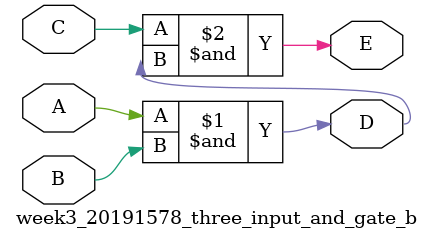
<source format=v>
`timescale 1ns / 1ps


module week3_20191578_three_input_and_gate_b(
    input A,
    input B,
    input C,
    output D,
    output E
    );
    
    assign D = A & B;
    assign E = C & D;
    
endmodule

</source>
